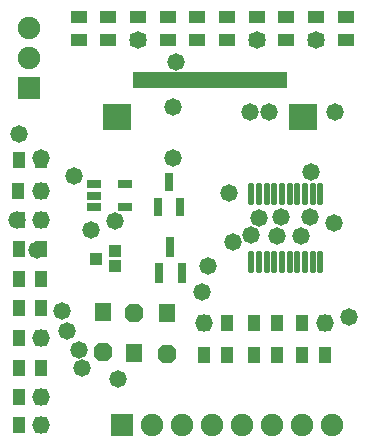
<source format=gts>
G04*
G04 #@! TF.GenerationSoftware,Altium Limited,Altium Designer,20.0.9 (164)*
G04*
G04 Layer_Color=8388736*
%FSLAX25Y25*%
%MOIN*%
G70*
G01*
G75*
%ADD28R,0.09461X0.08674*%
%ADD29R,0.01981X0.05524*%
%ADD30R,0.04343X0.03950*%
%ADD31R,0.03162X0.05918*%
%ADD32R,0.03162X0.07099*%
%ADD33R,0.04737X0.03162*%
%ADD34R,0.04300X0.05800*%
%ADD35O,0.02233X0.07658*%
G04:AMPARAMS|DCode=36|XSize=63mil|YSize=58mil|CornerRadius=0mil|HoleSize=0mil|Usage=FLASHONLY|Rotation=270.000|XOffset=0mil|YOffset=0mil|HoleType=Round|Shape=Octagon|*
%AMOCTAGOND36*
4,1,8,-0.01450,-0.03150,0.01450,-0.03150,0.02900,-0.01700,0.02900,0.01700,0.01450,0.03150,-0.01450,0.03150,-0.02900,0.01700,-0.02900,-0.01700,-0.01450,-0.03150,0.0*
%
%ADD36OCTAGOND36*%

%ADD37R,0.05800X0.06300*%
%ADD38R,0.05800X0.04300*%
%ADD39R,0.07493X0.07493*%
%ADD40C,0.07493*%
%ADD41R,0.07493X0.07493*%
%ADD42C,0.05800*%
D28*
X364102Y454599D02*
D03*
X302291D02*
D03*
D29*
X357803Y467006D02*
D03*
X355834D02*
D03*
X353866D02*
D03*
X351897D02*
D03*
X349929D02*
D03*
X347960D02*
D03*
X346000Y467000D02*
D03*
X344039Y466994D02*
D03*
X342063Y467000D02*
D03*
X340094D02*
D03*
X338126D02*
D03*
X336157D02*
D03*
X334189D02*
D03*
X332220D02*
D03*
X330252D02*
D03*
X328283D02*
D03*
X326315D02*
D03*
X324346D02*
D03*
X322378D02*
D03*
X320409D02*
D03*
X318441D02*
D03*
X316472D02*
D03*
X314504D02*
D03*
X312535D02*
D03*
X310567D02*
D03*
X308590D02*
D03*
D30*
X301500Y404882D02*
D03*
Y410000D02*
D03*
X295201Y407441D02*
D03*
D31*
X319500Y433134D02*
D03*
X323240Y424866D02*
D03*
X315760D02*
D03*
D32*
X316260Y402839D02*
D03*
X323740D02*
D03*
X320000Y411500D02*
D03*
D33*
X304736Y432239D02*
D03*
X304736Y424759D02*
D03*
X294500Y424760D02*
D03*
X294500Y428500D02*
D03*
X294500Y432240D02*
D03*
D34*
X338740Y386000D02*
D03*
X331260D02*
D03*
X338740Y375500D02*
D03*
X331260D02*
D03*
X269519Y440250D02*
D03*
X276999D02*
D03*
X277000Y420500D02*
D03*
X269520D02*
D03*
X269519Y410625D02*
D03*
X276999D02*
D03*
X269519Y400750D02*
D03*
X276999D02*
D03*
X269519Y390875D02*
D03*
X276999D02*
D03*
X277000Y381000D02*
D03*
X269520D02*
D03*
X269519Y371125D02*
D03*
X276999D02*
D03*
X277000Y361250D02*
D03*
X269520D02*
D03*
X277000Y352000D02*
D03*
X269520D02*
D03*
X355500Y375500D02*
D03*
X348020D02*
D03*
X355500Y386000D02*
D03*
X348020D02*
D03*
X371480D02*
D03*
X364000D02*
D03*
X276707Y430175D02*
D03*
X269227D02*
D03*
X364000Y375500D02*
D03*
X371480D02*
D03*
D35*
X346941Y406394D02*
D03*
X349500D02*
D03*
X352059D02*
D03*
X354618D02*
D03*
X357177D02*
D03*
X359736D02*
D03*
X362295D02*
D03*
X364854D02*
D03*
X367413D02*
D03*
X369972D02*
D03*
X346941Y429000D02*
D03*
X349500D02*
D03*
X352059D02*
D03*
X354618D02*
D03*
X357177D02*
D03*
X359736D02*
D03*
X362295D02*
D03*
X364854D02*
D03*
X367413D02*
D03*
X369972D02*
D03*
D36*
X319000Y375750D02*
D03*
X308000Y389500D02*
D03*
X297500Y376250D02*
D03*
D37*
X319000Y389250D02*
D03*
X308000Y376000D02*
D03*
X297500Y389750D02*
D03*
D38*
X289444Y487980D02*
D03*
Y480500D02*
D03*
X299333Y487980D02*
D03*
Y480500D02*
D03*
X309222Y487980D02*
D03*
Y480500D02*
D03*
X319111Y487980D02*
D03*
Y480500D02*
D03*
X329000Y487980D02*
D03*
Y480500D02*
D03*
X338889Y487980D02*
D03*
Y480500D02*
D03*
X348778Y487980D02*
D03*
Y480500D02*
D03*
X358667Y487980D02*
D03*
Y480500D02*
D03*
X368555Y487980D02*
D03*
Y480500D02*
D03*
X378444Y487980D02*
D03*
Y480500D02*
D03*
D39*
X273000Y464500D02*
D03*
D40*
Y474500D02*
D03*
Y484500D02*
D03*
X374000Y352000D02*
D03*
X364000D02*
D03*
X354000D02*
D03*
X344000D02*
D03*
X334000D02*
D03*
X324000D02*
D03*
X314000D02*
D03*
D41*
X304000D02*
D03*
D42*
X269500Y449000D02*
D03*
X371480Y386000D02*
D03*
X293500Y417000D02*
D03*
X301500Y420000D02*
D03*
X290500Y371000D02*
D03*
X322000Y473000D02*
D03*
X366500Y421500D02*
D03*
X321000Y441000D02*
D03*
X374500Y419500D02*
D03*
X379500Y388000D02*
D03*
X288000Y435000D02*
D03*
X321000Y458000D02*
D03*
X275500Y410500D02*
D03*
X277000Y352000D02*
D03*
Y381000D02*
D03*
Y420500D02*
D03*
X285500Y383500D02*
D03*
X269000Y420500D02*
D03*
X284000Y390000D02*
D03*
X367000Y436500D02*
D03*
X309222Y480500D02*
D03*
X277000Y430000D02*
D03*
X276999Y441000D02*
D03*
X332500Y405000D02*
D03*
X330500Y396500D02*
D03*
X341000Y413000D02*
D03*
X277000Y361500D02*
D03*
X331260Y386000D02*
D03*
X348778Y480500D02*
D03*
X368555D02*
D03*
X302500Y367500D02*
D03*
X289500Y377000D02*
D03*
X363500Y415000D02*
D03*
X357000Y421500D02*
D03*
X355500Y415000D02*
D03*
X349500Y421000D02*
D03*
X347000Y415500D02*
D03*
X375000Y456500D02*
D03*
X353000D02*
D03*
X339500Y429500D02*
D03*
X346500Y456500D02*
D03*
M02*

</source>
